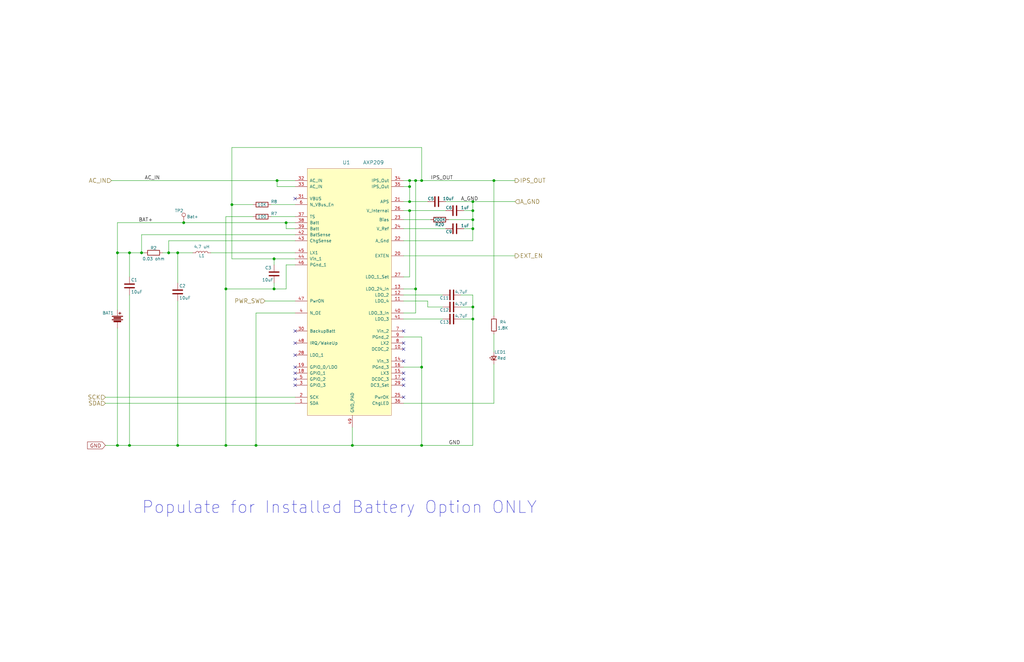
<source format=kicad_sch>
(kicad_sch (version 20210406) (generator eeschema)
  (paper "USLedger")
  (title_block (title "ConnectBox HAT 7") (date "2021-07-10") (rev "7.0.6") (company "ConnectBox") (comment 1 "JRA"))
  (lib_symbols
    (symbol "Connector:TestPoint" (pin_numbers hide) (pin_names (offset 0.762) hide)
      (property "Reference" "TP" (at 0 6.858 0))
      (property "Value" "TestPoint" (at 0 5.08 0))
      (symbol "TestPoint_0_1"
        (circle (center 0 3.302) (radius 0.762))
      )
      (symbol "TestPoint_1_1"
        (pin passive line (at 0 0 90) (length 2.54) (name "1") (number "1"))
      )
    )
    (symbol "Custom_1:AXP209" (pin_names (offset 1.016))
      (property "Reference" "U" (at -6.35 40.64 0))
      (property "Value" "AXP209" (at 5.08 40.64 0))
      (symbol "AXP209_0_1"
        (rectangle (start -22.86 38.1) (end 12.7 -66.04) (stroke (width 0.0254)) (fill (type background)))
      )
      (symbol "AXP209_1_1"
        (pin input line (at -27.94 -60.96 0) (length 5.08) (name "SDA") (number "1"))
        (pin input line (at 17.78 -38.1 180) (length 5.08) (name "DCDC_2") (number "10"))
        (pin input line (at 17.78 -17.78 180) (length 5.08) (name "LDO_4") (number "11"))
        (pin input line (at 17.78 -15.24 180) (length 5.08) (name "LDO_2") (number "12"))
        (pin input line (at 17.78 -12.7 180) (length 5.08) (name "LDO_24_In") (number "13"))
        (pin input line (at 17.78 -43.18 180) (length 5.08) (name "Vin_3") (number "14"))
        (pin input line (at 17.78 -48.26 180) (length 5.08) (name "LX3") (number "15"))
        (pin input line (at 17.78 -45.72 180) (length 5.08) (name "PGnd_3") (number "16"))
        (pin input line (at 17.78 -50.8 180) (length 5.08) (name "DCDC_3") (number "17"))
        (pin input line (at -27.94 -48.26 0) (length 5.08) (name "GPIO_1") (number "18"))
        (pin input line (at -27.94 -45.72 0) (length 5.08) (name "GPIO_0/LDO") (number "19"))
        (pin input line (at -27.94 -58.42 0) (length 5.08) (name "SCK") (number "2"))
        (pin output line (at 17.78 1.27 180) (length 5.08) (name "EXTEN") (number "20"))
        (pin input line (at 17.78 24.13 180) (length 5.08) (name "APS") (number "21"))
        (pin input line (at 17.78 7.62 180) (length 5.08) (name "A_Gnd") (number "22"))
        (pin input line (at 17.78 16.51 180) (length 5.08) (name "Bias") (number "23"))
        (pin input line (at 17.78 12.7 180) (length 5.08) (name "V_Ref") (number "24"))
        (pin input line (at 17.78 -58.42 180) (length 5.08) (name "PwrOK") (number "25"))
        (pin input line (at 17.78 20.32 180) (length 5.08) (name "V_Internal") (number "26"))
        (pin input line (at 17.78 -7.62 180) (length 5.08) (name "LDO_1_Set") (number "27"))
        (pin input line (at -27.94 -40.64 0) (length 5.08) (name "LDO_1") (number "28"))
        (pin input line (at 17.78 -53.34 180) (length 5.08) (name "DC3_Set") (number "29"))
        (pin input line (at -27.94 -53.34 0) (length 5.08) (name "GPIO_3") (number "3"))
        (pin input line (at -27.94 -30.48 0) (length 5.08) (name "BackupBatt") (number "30"))
        (pin input line (at -27.94 25.4 0) (length 5.08) (name "VBUS") (number "31"))
        (pin input line (at -27.94 33.02 0) (length 5.08) (name "AC_IN") (number "32"))
        (pin input line (at -27.94 30.48 0) (length 5.08) (name "AC_IN") (number "33"))
        (pin input line (at 17.78 33.02 180) (length 5.08) (name "IPS_Out") (number "34"))
        (pin input line (at 17.78 30.48 180) (length 5.08) (name "IPS_Out") (number "35"))
        (pin input line (at 17.78 -60.96 180) (length 5.08) (name "ChgLED") (number "36"))
        (pin input line (at -27.94 17.78 0) (length 5.08) (name "TS") (number "37"))
        (pin input line (at -27.94 15.24 0) (length 5.08) (name "Batt") (number "38"))
        (pin input line (at -27.94 12.7 0) (length 5.08) (name "Batt") (number "39"))
        (pin input line (at -27.94 -22.86 0) (length 5.08) (name "N_OE") (number "4"))
        (pin input line (at 17.78 -22.86 180) (length 5.08) (name "LDO_3_In") (number "40"))
        (pin input line (at 17.78 -25.4 180) (length 5.08) (name "LDO_3") (number "41"))
        (pin input line (at -27.94 10.16 0) (length 5.08) (name "BatSense") (number "42"))
        (pin input line (at -27.94 7.62 0) (length 5.08) (name "ChgSense") (number "43"))
        (pin input line (at -27.94 0 0) (length 5.08) (name "Vin_1") (number "44"))
        (pin input line (at -27.94 2.54 0) (length 5.08) (name "LX1") (number "45"))
        (pin input line (at -27.94 -2.54 0) (length 5.08) (name "PGnd_1") (number "46"))
        (pin input line (at -27.94 -17.78 0) (length 5.08) (name "PwrON") (number "47"))
        (pin input line (at -27.94 -35.56 0) (length 5.08) (name "IRQ/WakeUp") (number "48"))
        (pin input line (at -3.81 -71.12 90) (length 5.08) (name "GND_PAD") (number "49"))
        (pin input line (at -27.94 -50.8 0) (length 5.08) (name "GPIO_2") (number "5"))
        (pin input line (at -27.94 22.86 0) (length 5.08) (name "N_VBus_En") (number "6"))
        (pin input line (at 17.78 -30.48 180) (length 5.08) (name "Vin_2") (number "7"))
        (pin input line (at 17.78 -35.56 180) (length 5.08) (name "LX2") (number "8"))
        (pin input line (at 17.78 -33.02 180) (length 5.08) (name "PGnd_2") (number "9"))
      )
    )
    (symbol "Custom_1:Battery_multi_cell" (pin_numbers hide) (pin_names (offset 0))
      (property "Reference" "BT" (at 2.54 1.27 0))
      (property "Value" "Battery_multi_cell" (at 2.54 -1.27 0))
      (symbol "Battery_multi_cell_0_1"
        (rectangle (start -2.286 -0.1778) (end 2.286 -0.4318) (fill (type outline)))
        (rectangle (start -2.286 1.27) (end 2.286 1.016) (fill (type outline)))
        (rectangle (start -1.5748 -0.762) (end 1.4732 -1.27) (fill (type outline)))
        (rectangle (start -1.5748 0.6858) (end 1.4732 0.1778) (fill (type outline)))
        (polyline (pts (xy 0.508 2.413) (xy 1.524 2.413)) (stroke (width 0.254)))
        (polyline (pts (xy 1.016 2.921) (xy 1.016 1.905)) (stroke (width 0.254)))
      )
      (symbol "Battery_multi_cell_1_1"
        (pin passive line (at 0 3.81 270) (length 2.54) (name "~") (number "1"))
        (pin passive line (at 0 -3.81 90) (length 2.54) (name "~") (number "2"))
      )
    )
    (symbol "Device:C" (pin_numbers hide) (pin_names (offset 0.254))
      (property "Reference" "C" (at 0.635 2.54 0))
      (property "Value" "C" (at 0.635 -2.54 0))
      (symbol "C_0_1"
        (polyline (pts (xy -2.032 -0.762) (xy 2.032 -0.762)) (stroke (width 0.508)))
        (polyline (pts (xy -2.032 0.762) (xy 2.032 0.762)) (stroke (width 0.508)))
      )
      (symbol "C_1_1"
        (pin passive line (at 0 3.81 270) (length 2.794) (name "~") (number "1"))
        (pin passive line (at 0 -3.81 90) (length 2.794) (name "~") (number "2"))
      )
    )
    (symbol "Device:L" (pin_numbers hide) (pin_names (offset 1.016) hide)
      (property "Reference" "L" (at -1.27 0 90))
      (property "Value" "L" (at 1.905 0 90))
      (symbol "L_0_1"
        (arc (start 0 -2.54) (end 0 -1.27) (radius (at 0 -1.905) (length 0.635) (angles -89.9 89.9)))
        (arc (start 0 -1.27) (end 0 0) (radius (at 0 -0.635) (length 0.635) (angles -89.9 89.9)))
        (arc (start 0 0) (end 0 1.27) (radius (at 0 0.635) (length 0.635) (angles -89.9 89.9)))
        (arc (start 0 1.27) (end 0 2.54) (radius (at 0 1.905) (length 0.635) (angles -89.9 89.9)))
      )
      (symbol "L_1_1"
        (pin passive line (at 0 3.81 270) (length 1.27) (name "1") (number "1"))
        (pin passive line (at 0 -3.81 90) (length 1.27) (name "2") (number "2"))
      )
    )
    (symbol "Device:LED_Small" (pin_numbers hide) (pin_names (offset 0.254) hide)
      (property "Reference" "D" (at -1.27 3.175 0))
      (property "Value" "LED_Small" (at -4.445 -2.54 0))
      (symbol "LED_Small_0_1"
        (polyline (pts (xy -0.762 -1.016) (xy -0.762 1.016)) (stroke (width 0.254)))
        (polyline (pts (xy 1.016 0) (xy -0.762 0)))
        (polyline (pts (xy 0.762 -1.016) (xy -0.762 0) (xy 0.762 1.016) (xy 0.762 -1.016)) (stroke (width 0.254)))
        (polyline (pts (xy 0 0.762) (xy -0.508 1.27) (xy -0.254 1.27) (xy -0.508 1.27) (xy -0.508 1.016)))
        (polyline (pts (xy 0.508 1.27) (xy 0 1.778) (xy 0.254 1.778) (xy 0 1.778) (xy 0 1.524)))
      )
      (symbol "LED_Small_1_1"
        (pin passive line (at -2.54 0 0) (length 1.778) (name "K") (number "1"))
        (pin passive line (at 2.54 0 180) (length 1.778) (name "A") (number "2"))
      )
    )
    (symbol "Device:R" (pin_numbers hide) (pin_names (offset 0))
      (property "Reference" "R" (at 2.032 0 90))
      (property "Value" "R" (at 0 0 90))
      (symbol "R_0_1"
        (rectangle (start -1.016 -2.54) (end 1.016 2.54) (stroke (width 0.254)))
      )
      (symbol "R_1_1"
        (pin passive line (at 0 3.81 270) (length 1.27) (name "~") (number "1"))
        (pin passive line (at 0 -3.81 90) (length 1.27) (name "~") (number "2"))
      )
    )
  )
  (junction (at 49.53 106.68) (diameter 1.016))
  (junction (at 49.53 187.96) (diameter 1.016))
  (junction (at 54.61 106.68) (diameter 1.016))
  (junction (at 54.61 187.96) (diameter 1.016))
  (junction (at 59.69 106.68) (diameter 1.016))
  (junction (at 71.12 106.68) (diameter 1.016))
  (junction (at 74.93 106.68) (diameter 1.016))
  (junction (at 74.93 187.96) (diameter 1.016))
  (junction (at 77.47 93.98) (diameter 1.016))
  (junction (at 95.25 121.92) (diameter 1.016))
  (junction (at 95.25 187.96) (diameter 1.016))
  (junction (at 97.79 86.36) (diameter 1.016))
  (junction (at 107.95 187.96) (diameter 1.016))
  (junction (at 115.57 109.22) (diameter 1.016))
  (junction (at 115.57 121.92) (diameter 1.016))
  (junction (at 116.84 76.2) (diameter 1.016))
  (junction (at 120.65 93.98) (diameter 1.016))
  (junction (at 148.59 187.96) (diameter 1.016))
  (junction (at 172.72 76.2) (diameter 1.016))
  (junction (at 172.72 78.74) (diameter 1.016))
  (junction (at 172.72 85.09) (diameter 1.016))
  (junction (at 172.72 88.9) (diameter 1.016))
  (junction (at 175.26 76.2) (diameter 1.016))
  (junction (at 175.26 121.92) (diameter 1.016))
  (junction (at 177.8 76.2) (diameter 1.016))
  (junction (at 177.8 154.94) (diameter 1.016))
  (junction (at 177.8 187.96) (diameter 1.016))
  (junction (at 199.39 85.09) (diameter 1.016))
  (junction (at 199.39 88.9) (diameter 1.016))
  (junction (at 199.39 92.71) (diameter 1.016))
  (junction (at 199.39 96.52) (diameter 1.016))
  (junction (at 199.39 129.54) (diameter 1.016))
  (junction (at 199.39 134.62) (diameter 1.016))
  (junction (at 208.28 76.2) (diameter 1.016))
  (no_connect (at 124.46 83.82))
  (no_connect (at 124.46 139.7))
  (no_connect (at 124.46 144.78))
  (no_connect (at 124.46 149.86))
  (no_connect (at 124.46 154.94))
  (no_connect (at 124.46 157.48))
  (no_connect (at 124.46 160.02))
  (no_connect (at 124.46 162.56))
  (no_connect (at 170.18 139.7))
  (no_connect (at 170.18 144.78))
  (no_connect (at 170.18 147.32))
  (no_connect (at 170.18 152.4))
  (no_connect (at 170.18 157.48))
  (no_connect (at 170.18 160.02))
  (no_connect (at 170.18 162.56))
  (no_connect (at 170.18 167.64))
  (wire (pts (xy 44.45 167.64) (xy 124.46 167.64)))
  (wire (pts (xy 44.45 170.18) (xy 124.46 170.18)))
  (wire (pts (xy 46.99 76.2) (xy 116.84 76.2)))
  (wire (pts (xy 49.53 93.98) (xy 49.53 106.68)))
  (wire (pts (xy 49.53 93.98) (xy 77.47 93.98)))
  (wire (pts (xy 49.53 106.68) (xy 49.53 130.81)))
  (wire (pts (xy 49.53 106.68) (xy 54.61 106.68)))
  (wire (pts (xy 49.53 138.43) (xy 49.53 187.96)))
  (wire (pts (xy 49.53 187.96) (xy 44.45 187.96)))
  (wire (pts (xy 54.61 106.68) (xy 59.69 106.68)))
  (wire (pts (xy 54.61 116.84) (xy 54.61 106.68)))
  (wire (pts (xy 54.61 124.46) (xy 54.61 187.96)))
  (wire (pts (xy 54.61 187.96) (xy 49.53 187.96)))
  (wire (pts (xy 59.69 99.06) (xy 124.46 99.06)))
  (wire (pts (xy 59.69 106.68) (xy 59.69 99.06)))
  (wire (pts (xy 59.69 106.68) (xy 60.96 106.68)))
  (wire (pts (xy 68.58 106.68) (xy 71.12 106.68)))
  (wire (pts (xy 71.12 101.6) (xy 71.12 106.68)))
  (wire (pts (xy 71.12 106.68) (xy 74.93 106.68)))
  (wire (pts (xy 74.93 106.68) (xy 74.93 119.38)))
  (wire (pts (xy 74.93 106.68) (xy 81.28 106.68)))
  (wire (pts (xy 74.93 187.96) (xy 54.61 187.96)))
  (wire (pts (xy 74.93 187.96) (xy 74.93 127)))
  (wire (pts (xy 74.93 187.96) (xy 95.25 187.96)))
  (wire (pts (xy 77.47 93.98) (xy 120.65 93.98)))
  (wire (pts (xy 88.9 106.68) (xy 124.46 106.68)))
  (wire (pts (xy 95.25 91.44) (xy 95.25 121.92)))
  (wire (pts (xy 95.25 121.92) (xy 95.25 187.96)))
  (wire (pts (xy 95.25 187.96) (xy 107.95 187.96)))
  (wire (pts (xy 97.79 62.23) (xy 97.79 86.36)))
  (wire (pts (xy 97.79 62.23) (xy 177.8 62.23)))
  (wire (pts (xy 97.79 86.36) (xy 97.79 109.22)))
  (wire (pts (xy 97.79 109.22) (xy 115.57 109.22)))
  (wire (pts (xy 106.68 86.36) (xy 97.79 86.36)))
  (wire (pts (xy 106.68 91.44) (xy 95.25 91.44)))
  (wire (pts (xy 107.95 132.08) (xy 107.95 187.96)))
  (wire (pts (xy 111.76 127) (xy 124.46 127)))
  (wire (pts (xy 114.3 86.36) (xy 124.46 86.36)))
  (wire (pts (xy 114.3 91.44) (xy 124.46 91.44)))
  (wire (pts (xy 115.57 109.22) (xy 124.46 109.22)))
  (wire (pts (xy 115.57 111.76) (xy 115.57 109.22)))
  (wire (pts (xy 115.57 121.92) (xy 95.25 121.92)))
  (wire (pts (xy 115.57 121.92) (xy 115.57 119.38)))
  (wire (pts (xy 116.84 76.2) (xy 124.46 76.2)))
  (wire (pts (xy 116.84 78.74) (xy 116.84 76.2)))
  (wire (pts (xy 120.65 93.98) (xy 120.65 96.52)))
  (wire (pts (xy 120.65 93.98) (xy 124.46 93.98)))
  (wire (pts (xy 120.65 96.52) (xy 124.46 96.52)))
  (wire (pts (xy 120.65 111.76) (xy 120.65 121.92)))
  (wire (pts (xy 120.65 121.92) (xy 115.57 121.92)))
  (wire (pts (xy 124.46 78.74) (xy 116.84 78.74)))
  (wire (pts (xy 124.46 101.6) (xy 71.12 101.6)))
  (wire (pts (xy 124.46 111.76) (xy 120.65 111.76)))
  (wire (pts (xy 124.46 132.08) (xy 107.95 132.08)))
  (wire (pts (xy 148.59 187.96) (xy 107.95 187.96)))
  (wire (pts (xy 148.59 187.96) (xy 148.59 180.34)))
  (wire (pts (xy 170.18 78.74) (xy 172.72 78.74)))
  (wire (pts (xy 170.18 85.09) (xy 172.72 85.09)))
  (wire (pts (xy 170.18 88.9) (xy 172.72 88.9)))
  (wire (pts (xy 170.18 92.71) (xy 181.61 92.71)))
  (wire (pts (xy 170.18 101.6) (xy 199.39 101.6)))
  (wire (pts (xy 170.18 107.95) (xy 217.17 107.95)))
  (wire (pts (xy 170.18 116.84) (xy 172.72 116.84)))
  (wire (pts (xy 170.18 121.92) (xy 175.26 121.92)))
  (wire (pts (xy 170.18 124.46) (xy 186.69 124.46)))
  (wire (pts (xy 170.18 127) (xy 180.34 127)))
  (wire (pts (xy 170.18 134.62) (xy 186.69 134.62)))
  (wire (pts (xy 170.18 142.24) (xy 177.8 142.24)))
  (wire (pts (xy 170.18 154.94) (xy 177.8 154.94)))
  (wire (pts (xy 170.18 170.18) (xy 208.28 170.18)))
  (wire (pts (xy 172.72 76.2) (xy 170.18 76.2)))
  (wire (pts (xy 172.72 76.2) (xy 172.72 78.74)))
  (wire (pts (xy 172.72 78.74) (xy 172.72 85.09)))
  (wire (pts (xy 172.72 85.09) (xy 180.34 85.09)))
  (wire (pts (xy 172.72 88.9) (xy 187.96 88.9)))
  (wire (pts (xy 172.72 116.84) (xy 172.72 88.9)))
  (wire (pts (xy 175.26 76.2) (xy 172.72 76.2)))
  (wire (pts (xy 175.26 76.2) (xy 175.26 121.92)))
  (wire (pts (xy 175.26 121.92) (xy 175.26 132.08)))
  (wire (pts (xy 175.26 132.08) (xy 170.18 132.08)))
  (wire (pts (xy 177.8 62.23) (xy 177.8 76.2)))
  (wire (pts (xy 177.8 76.2) (xy 175.26 76.2)))
  (wire (pts (xy 177.8 76.2) (xy 208.28 76.2)))
  (wire (pts (xy 177.8 142.24) (xy 177.8 154.94)))
  (wire (pts (xy 177.8 154.94) (xy 177.8 187.96)))
  (wire (pts (xy 177.8 187.96) (xy 148.59 187.96)))
  (wire (pts (xy 177.8 187.96) (xy 199.39 187.96)))
  (wire (pts (xy 180.34 127) (xy 180.34 129.54)))
  (wire (pts (xy 180.34 129.54) (xy 186.69 129.54)))
  (wire (pts (xy 187.96 85.09) (xy 199.39 85.09)))
  (wire (pts (xy 187.96 96.52) (xy 170.18 96.52)))
  (wire (pts (xy 194.31 124.46) (xy 199.39 124.46)))
  (wire (pts (xy 194.31 129.54) (xy 199.39 129.54)))
  (wire (pts (xy 194.31 134.62) (xy 199.39 134.62)))
  (wire (pts (xy 199.39 85.09) (xy 199.39 88.9)))
  (wire (pts (xy 199.39 85.09) (xy 217.17 85.09)))
  (wire (pts (xy 199.39 88.9) (xy 195.58 88.9)))
  (wire (pts (xy 199.39 88.9) (xy 199.39 92.71)))
  (wire (pts (xy 199.39 92.71) (xy 189.23 92.71)))
  (wire (pts (xy 199.39 92.71) (xy 199.39 96.52)))
  (wire (pts (xy 199.39 96.52) (xy 195.58 96.52)))
  (wire (pts (xy 199.39 96.52) (xy 199.39 101.6)))
  (wire (pts (xy 199.39 124.46) (xy 199.39 129.54)))
  (wire (pts (xy 199.39 129.54) (xy 199.39 134.62)))
  (wire (pts (xy 199.39 134.62) (xy 199.39 187.96)))
  (wire (pts (xy 208.28 76.2) (xy 208.28 133.35)))
  (wire (pts (xy 208.28 76.2) (xy 217.17 76.2)))
  (wire (pts (xy 208.28 140.97) (xy 208.28 148.59)))
  (wire (pts (xy 208.28 153.67) (xy 208.28 170.18)))
  (text "Populate for Installed Battery Option ONLY" (at 59.69 217.17 0) (effects (font (size 5.08 5.08)) (justify left bottom)))
  (label "BAT+" (at 58.42 93.98 0) (effects (font (size 1.524 1.524))))
  (label "AC_IN" (at 60.96 76.2 0) (effects (font (size 1.524 1.524))))
  (label "IPS_OUT" (at 181.61 76.2 0) (effects (font (size 1.524 1.524))))
  (label "GND" (at 189.23 187.96 0) (effects (font (size 1.524 1.524))))
  (label "A_GND" (at 194.31 85.09 0) (effects (font (size 1.524 1.524))))
  (global_label "GND" (shape input) (at 44.45 187.96 180) (effects (font (size 1.524 1.524))) (property "Intersheet References" "${INTERSHEET_REFS}" (effects hide)))
  (hierarchical_label "SCK" (shape input) (at 44.45 167.64 180) (effects (font (size 1.778 1.778))))
  (hierarchical_label "SDA" (shape input) (at 44.45 170.18 180) (effects (font (size 1.778 1.778))))
  (hierarchical_label "AC_IN" (shape input) (at 46.99 76.2 180) (effects (font (size 1.778 1.778))))
  (hierarchical_label "PWR_SW" (shape input) (at 111.76 127 180) (effects (font (size 1.778 1.778))))
  (hierarchical_label "IPS_OUT" (shape output) (at 217.17 76.2 0) (effects (font (size 1.778 1.778))))
  (hierarchical_label "A_GND" (shape input) (at 217.17 85.09 0) (effects (font (size 1.778 1.778))))
  (hierarchical_label "EXT_EN" (shape output) (at 217.17 107.95 0) (effects (font (size 1.778 1.778))))
  (symbol (lib_id "Connector:TestPoint") (at 77.47 93.98 0) (unit 1)
    (property "Reference" "TP2" (at 73.66 88.9 0) (effects (justify left)))
    (property "Value" "Bat+" (at 78.74 91.44 0) (effects (justify left)))
    (property "Footprint" "TestPoint:TestPoint_THTPad_D1.5mm_Drill0.7mm" (effects hide))
  )
  (symbol (lib_id "Device:L") (at 85.09 106.68 90) (unit 1)
    (property "Reference" "L1" (at 85.09 107.95 90))
    (property "Value" "4.7 uH" (at 85.09 104.14 90))
    (property "Footprint" "CustomComponents:INDUCTOR_SMD_6x6-1" (effects hide))
    (property "Manufacturer" "Taiyo Yuden" (effects hide))
    (property "Manufacturer P/N" "NR6028T4R7M" (effects hide))
    (property "Description" "FIXED IND 4.7UH 3A 40.3 MOHM SMD" (effects hide))
    (property "DigiKey P/N" "587-2100-1-ND" (effects hide))
    (property "Type" "SMD" (effects hide))
  )
  (symbol (lib_id "Device:LED_Small") (at 208.28 151.13 90) (unit 1)
    (property "Reference" "LED1" (at 213.36 148.59 90) (effects (justify left)))
    (property "Value" "Red" (at 213.36 151.13 90) (effects (justify left)))
    (property "Footprint" "LED_SMD:LED_0603_1608Metric" (effects hide))
    (property "Manufacturer" "Lite-On Inc." (effects hide))
    (property "Manufacturer P/N" "LTST-C191KRKT" (effects hide))
    (property "Description" "LED RED CLEAR 0603 SMD" (effects hide))
    (property "DigiKey P/N" "160-1447-1-ND" (effects hide))
    (property "Type" "SMD" (effects hide))
  )
  (symbol (lib_id "Device:R") (at 64.77 106.68 90) (unit 1)
    (property "Reference" "R2" (at 64.77 104.648 90))
    (property "Value" "0.03 ohm" (at 64.77 109.22 90))
    (property "Footprint" "Resistor_SMD:R_0805_2012Metric" (effects hide))
    (property "Manufacturer" "Panasonic Electronic Components" (effects hide))
    (property "Manufacturer P/N" "ERJ-6CWFR030V" (effects hide))
    (property "Description" "RES 0.03 OHM 1% 1/2W 0805" (effects hide))
    (property "DigiKey P/N" "P19207CT-ND" (effects hide))
    (property "Type" "SMD" (effects hide))
  )
  (symbol (lib_id "Device:R") (at 110.49 86.36 270) (unit 1)
    (property "Reference" "R8" (at 115.57 85.09 90))
    (property "Value" "10K" (at 110.49 86.36 90))
    (property "Footprint" "Resistor_SMD:R_0805_2012Metric" (effects hide))
    (property "Manufacturer" "Yageo" (effects hide))
    (property "Manufacturer P/N" "RC0805FR-0710KL" (effects hide))
    (property "Description" "RES SMD 10K OHM 1% 1/8W 0805" (effects hide))
    (property "DigiKey P/N" "311-10.0KCRCT-ND" (effects hide))
    (property "Type" "SMD" (effects hide))
  )
  (symbol (lib_id "Device:R") (at 110.49 91.44 270) (unit 1)
    (property "Reference" "R7" (at 115.57 90.17 90))
    (property "Value" "100" (at 110.49 91.44 90))
    (property "Footprint" "Resistor_SMD:R_0805_2012Metric" (effects hide))
    (property "Manufacturer" "Yageo" (effects hide))
    (property "Manufacturer P/N" "RC0805FR-07100RL" (effects hide))
    (property "Description" "RES SMD 100 OHM 1% 1/8W 0805" (effects hide))
    (property "DigiKey P/N" "311-100CRCT-ND" (effects hide))
    (property "Type" "SMD" (effects hide))
  )
  (symbol (lib_id "Device:R") (at 185.42 92.71 270) (unit 1)
    (property "Reference" "R20" (at 185.42 94.742 90))
    (property "Value" "200K" (at 185.42 92.71 90))
    (property "Footprint" "Resistor_SMD:R_0805_2012Metric" (effects hide))
    (property "Manufacturer" "Yageo" (effects hide))
    (property "Manufacturer P/N" "RC0805FR-07200KL" (effects hide))
    (property "Description" "RES SMD 200K OHM 1% 1/8W 0805" (effects hide))
    (property "DigiKey P/N" "311-200KCRCT-ND" (effects hide))
    (property "Type" "SMD" (effects hide))
  )
  (symbol (lib_id "Device:R") (at 208.28 137.16 0) (unit 1)
    (property "Reference" "R4" (at 212.09 135.89 0))
    (property "Value" "1.8K" (at 212.09 138.43 0))
    (property "Footprint" "Resistor_SMD:R_0805_2012Metric" (effects hide))
    (property "Manufacturer" "Yageo" (effects hide))
    (property "Manufacturer P/N" "RC0805FR-071K8L" (effects hide))
    (property "Description" "RES SMD 1.8K OHM 1% 1/8W 0805" (effects hide))
    (property "DigiKey P/N" "311-1.80KCRCT-ND" (effects hide))
    (property "Type" "SMD" (effects hide))
  )
  (symbol (lib_id "Custom_1:Battery_multi_cell") (at 49.53 134.62 0) (unit 1)
    (property "Reference" "BAT1" (at 43.18 132.08 0) (effects (justify left)))
    (property "Value" "Molex PicoBlade 53047-0210" (effects hide))
    (property "Footprint" "CustomComponents:Molex PicoBlade 53047-0210 - (swapped pins)" (effects hide))
    (property "Manufacturer" "Molex" (effects hide))
    (property "Manufacturer P/N" "0530470210" (effects hide))
    (property "Description" "CONN HEADER VERT 2POS 1.25MM" (effects hide))
    (property "DigiKey P/N" "WM1731-ND" (effects hide))
    (property "Type" "ThroughHole" (effects hide))
  )
  (symbol (lib_id "Device:C") (at 54.61 120.65 0) (unit 1)
    (property "Reference" "C1" (at 55.245 118.11 0) (effects (justify left)))
    (property "Value" "10uF" (at 55.245 123.19 0) (effects (justify left)))
    (property "Footprint" "Capacitor_SMD:C_0805_2012Metric" (effects hide))
    (property "Manufacturer" "Samsung Electro-Mechanics" (effects hide))
    (property "Manufacturer P/N" "CL21A106MPFNNNE" (effects hide))
    (property "Description" "CAP CER 10UF 10V X5R 0805" (effects hide))
    (property "DigiKey P/N" "1276-1144-1-ND" (effects hide))
    (property "Type" "SMD" (effects hide))
  )
  (symbol (lib_id "Device:C") (at 74.93 123.19 0) (unit 1)
    (property "Reference" "C2" (at 75.565 120.65 0) (effects (justify left)))
    (property "Value" "10uF" (at 75.565 125.73 0) (effects (justify left)))
    (property "Footprint" "Capacitor_SMD:C_0805_2012Metric" (effects hide))
    (property "Manufacturer" "Samsung Electro-Mechanics" (effects hide))
    (property "Manufacturer P/N" "CL21A106MPFNNNE" (effects hide))
    (property "Description" "CAP CER 10UF 10V X5R 0805" (effects hide))
    (property "DigiKey P/N" "1276-1144-1-ND" (effects hide))
    (property "Type" "SMD" (effects hide))
  )
  (symbol (lib_id "Device:C") (at 115.57 115.57 0) (unit 1)
    (property "Reference" "C3" (at 111.76 113.03 0) (effects (justify left)))
    (property "Value" "10uF" (at 110.49 118.11 0) (effects (justify left)))
    (property "Footprint" "Capacitor_SMD:C_0805_2012Metric" (effects hide))
    (property "Manufacturer" "Samsung Electro-Mechanics" (effects hide))
    (property "Manufacturer P/N" "CL21A106MPFNNNE" (effects hide))
    (property "Description" "CAP CER 10UF 10V X5R 0805" (effects hide))
    (property "DigiKey P/N" "1276-1144-1-ND" (effects hide))
    (property "Type" "SMD" (effects hide))
  )
  (symbol (lib_id "Device:C") (at 184.15 85.09 270) (unit 1)
    (property "Reference" "C5" (at 180.34 83.82 90) (effects (justify left)))
    (property "Value" "10uF" (at 186.69 83.82 90) (effects (justify left)))
    (property "Footprint" "Capacitor_SMD:C_0805_2012Metric" (effects hide))
    (property "Manufacturer" "Samsung Electro-Mechanics" (effects hide))
    (property "Manufacturer P/N" "CL21A106MPFNNNE" (effects hide))
    (property "Description" "CAP CER 10UF 10V X5R 0805" (effects hide))
    (property "DigiKey P/N" "1276-1144-1-ND" (effects hide))
    (property "Type" "SMD" (effects hide))
  )
  (symbol (lib_id "Device:C") (at 190.5 124.46 270) (unit 1)
    (property "Reference" "C11" (at 185.42 125.73 90) (effects (justify left)))
    (property "Value" "4.7uF" (at 191.77 123.19 90) (effects (justify left)))
    (property "Footprint" "Capacitor_SMD:C_0805_2012Metric" (effects hide))
    (property "Manufacturer" "Samsung Electro-Mechanics" (effects hide))
    (property "Manufacturer P/N" "CL21B475KPFNNNE" (effects hide))
    (property "Description" "CAP CER 4.7UF 10V X7R 0805" (effects hide))
    (property "DigiKey P/N" "1276-2972-1-ND" (effects hide))
    (property "Type" "SMD" (effects hide))
  )
  (symbol (lib_id "Device:C") (at 190.5 129.54 270) (unit 1)
    (property "Reference" "C12" (at 185.42 130.81 90) (effects (justify left)))
    (property "Value" "4.7uF" (at 191.77 128.27 90) (effects (justify left)))
    (property "Footprint" "Capacitor_SMD:C_0805_2012Metric" (effects hide))
    (property "Manufacturer" "Samsung Electro-Mechanics" (effects hide))
    (property "Manufacturer P/N" "CL21B475KPFNNNE" (effects hide))
    (property "Description" "CAP CER 4.7UF 10V X7R 0805" (effects hide))
    (property "DigiKey P/N" "1276-2972-1-ND" (effects hide))
    (property "Type" "SMD" (effects hide))
  )
  (symbol (lib_id "Device:C") (at 190.5 134.62 270) (unit 1)
    (property "Reference" "C13" (at 185.42 135.89 90) (effects (justify left)))
    (property "Value" "4.7uF" (at 191.77 133.35 90) (effects (justify left)))
    (property "Footprint" "Capacitor_SMD:C_0805_2012Metric" (effects hide))
    (property "Manufacturer" "Samsung Electro-Mechanics" (effects hide))
    (property "Manufacturer P/N" "CL21B475KPFNNNE" (effects hide))
    (property "Description" "CAP CER 4.7UF 10V X7R 0805" (effects hide))
    (property "DigiKey P/N" "1276-2972-1-ND" (effects hide))
    (property "Type" "SMD" (effects hide))
  )
  (symbol (lib_id "Device:C") (at 191.77 88.9 270) (unit 1)
    (property "Reference" "C6" (at 187.96 87.63 90) (effects (justify left)))
    (property "Value" "1uF" (at 194.31 87.63 90) (effects (justify left)))
    (property "Footprint" "Capacitor_SMD:C_0805_2012Metric" (effects hide))
    (property "Manufacturer" "KEMET" (effects hide))
    (property "Manufacturer P/N" "C0805C105K8PACTU" (effects hide))
    (property "Description" "CAP CER 1UF 10V X5R 0805" (effects hide))
    (property "DigiKey P/N" "399-8006-1-ND" (effects hide))
    (property "Type" "SMD" (effects hide))
  )
  (symbol (lib_id "Device:C") (at 191.77 96.52 270) (unit 1)
    (property "Reference" "C9" (at 187.96 97.79 90) (effects (justify left)))
    (property "Value" "1uF" (at 194.31 95.25 90) (effects (justify left)))
    (property "Footprint" "Capacitor_SMD:C_0805_2012Metric" (effects hide))
    (property "Manufacturer" "KEMET" (effects hide))
    (property "Manufacturer P/N" "C0805C105K8PACTU" (effects hide))
    (property "Description" "CAP CER 1UF 10V X5R 0805" (effects hide))
    (property "DigiKey P/N" "399-8006-1-ND" (effects hide))
    (property "Type" "SMD" (effects hide))
  )
  (symbol (lib_id "Custom_1:AXP209") (at 152.4 109.22 0) (unit 1)
    (property "Reference" "U1" (at 146.05 68.58 0) (effects (font (size 1.524 1.524))))
    (property "Value" "AXP209" (at 157.48 68.58 0) (effects (font (size 1.524 1.524))))
    (property "Footprint" "CustomComponents:UQFN-48-1EP_6x6mm_Pitch0.4mm_75" (effects hide))
    (property "Datasheet" "http://www.kynix.com/Detail/120792/AXP209.html" (effects hide))
    (property "Manufacturer" "X-Powers" (effects hide))
    (property "Manufacturer P/N" "AXP209" (effects hide))
    (property "Description" "Enhanced single Cell Li-Battery and Power System Management IC" (effects hide))
    (property "Type" "SMD" (effects hide))
  )
)
</source>
